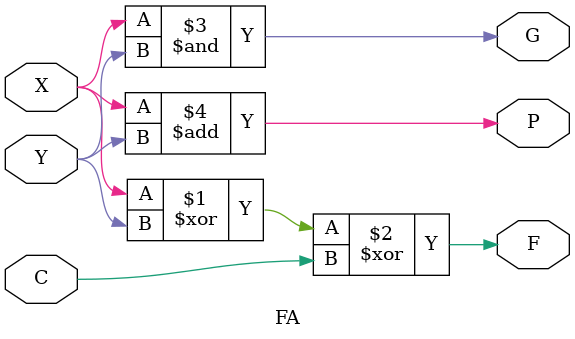
<source format=v>
`timescale 1ns / 1ps

module FA (
  input  X,  //X-Input addend
  input  Y,  //Y-Input addend
  input  C,  //C-Carry input
  output F,  //F-Sum output
  output G,  //G-Carry generate
  output P   //P-Carry propagate
);

  assign F = X ^ Y ^ C;
  assign G = X & Y;
  assign P = X + Y;

endmodule

</source>
